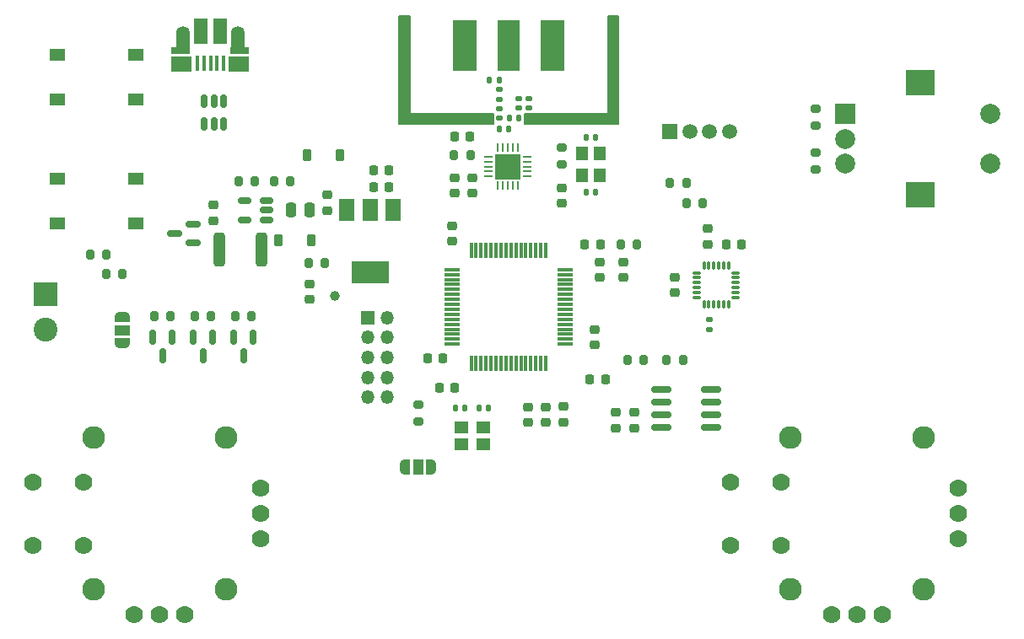
<source format=gbr>
%TF.GenerationSoftware,KiCad,Pcbnew,7.0.1*%
%TF.CreationDate,2023-10-06T11:12:28+02:00*%
%TF.ProjectId,Controller_board,436f6e74-726f-46c6-9c65-725f626f6172,rev?*%
%TF.SameCoordinates,Original*%
%TF.FileFunction,Soldermask,Top*%
%TF.FilePolarity,Negative*%
%FSLAX46Y46*%
G04 Gerber Fmt 4.6, Leading zero omitted, Abs format (unit mm)*
G04 Created by KiCad (PCBNEW 7.0.1) date 2023-10-06 11:12:28*
%MOMM*%
%LPD*%
G01*
G04 APERTURE LIST*
G04 Aperture macros list*
%AMRoundRect*
0 Rectangle with rounded corners*
0 $1 Rounding radius*
0 $2 $3 $4 $5 $6 $7 $8 $9 X,Y pos of 4 corners*
0 Add a 4 corners polygon primitive as box body*
4,1,4,$2,$3,$4,$5,$6,$7,$8,$9,$2,$3,0*
0 Add four circle primitives for the rounded corners*
1,1,$1+$1,$2,$3*
1,1,$1+$1,$4,$5*
1,1,$1+$1,$6,$7*
1,1,$1+$1,$8,$9*
0 Add four rect primitives between the rounded corners*
20,1,$1+$1,$2,$3,$4,$5,0*
20,1,$1+$1,$4,$5,$6,$7,0*
20,1,$1+$1,$6,$7,$8,$9,0*
20,1,$1+$1,$8,$9,$2,$3,0*%
%AMFreePoly0*
4,1,19,0.550000,-0.750000,0.000000,-0.750000,0.000000,-0.744911,-0.071157,-0.744911,-0.207708,-0.704816,-0.327430,-0.627875,-0.420627,-0.520320,-0.479746,-0.390866,-0.500000,-0.250000,-0.500000,0.250000,-0.479746,0.390866,-0.420627,0.520320,-0.327430,0.627875,-0.207708,0.704816,-0.071157,0.744911,0.000000,0.744911,0.000000,0.750000,0.550000,0.750000,0.550000,-0.750000,0.550000,-0.750000,
$1*%
%AMFreePoly1*
4,1,19,0.000000,0.744911,0.071157,0.744911,0.207708,0.704816,0.327430,0.627875,0.420627,0.520320,0.479746,0.390866,0.500000,0.250000,0.500000,-0.250000,0.479746,-0.390866,0.420627,-0.520320,0.327430,-0.627875,0.207708,-0.704816,0.071157,-0.744911,0.000000,-0.744911,0.000000,-0.750000,-0.550000,-0.750000,-0.550000,0.750000,0.000000,0.750000,0.000000,0.744911,0.000000,0.744911,
$1*%
G04 Aperture macros list end*
%ADD10C,0.150000*%
%ADD11R,2.000000X2.000000*%
%ADD12C,2.000000*%
%ADD13R,3.000000X2.500000*%
%ADD14RoundRect,0.225000X-0.250000X0.225000X-0.250000X-0.225000X0.250000X-0.225000X0.250000X0.225000X0*%
%ADD15RoundRect,0.225000X-0.225000X-0.250000X0.225000X-0.250000X0.225000X0.250000X-0.225000X0.250000X0*%
%ADD16FreePoly0,270.000000*%
%ADD17R,1.500000X1.000000*%
%ADD18FreePoly1,270.000000*%
%ADD19RoundRect,0.140000X-0.140000X-0.170000X0.140000X-0.170000X0.140000X0.170000X-0.140000X0.170000X0*%
%ADD20RoundRect,0.150000X0.587500X0.150000X-0.587500X0.150000X-0.587500X-0.150000X0.587500X-0.150000X0*%
%ADD21R,0.400000X1.650000*%
%ADD22R,1.825000X0.700000*%
%ADD23R,2.000000X1.500000*%
%ADD24R,1.350000X2.000000*%
%ADD25O,1.350000X1.700000*%
%ADD26O,1.100000X1.500000*%
%ADD27R,1.430000X2.500000*%
%ADD28RoundRect,0.140000X0.170000X-0.140000X0.170000X0.140000X-0.170000X0.140000X-0.170000X-0.140000X0*%
%ADD29RoundRect,0.225000X0.250000X-0.225000X0.250000X0.225000X-0.250000X0.225000X-0.250000X-0.225000X0*%
%ADD30RoundRect,0.200000X-0.275000X0.200000X-0.275000X-0.200000X0.275000X-0.200000X0.275000X0.200000X0*%
%ADD31R,1.500000X2.200000*%
%ADD32R,3.800000X2.200000*%
%ADD33RoundRect,0.075000X0.350000X0.075000X-0.350000X0.075000X-0.350000X-0.075000X0.350000X-0.075000X0*%
%ADD34RoundRect,0.075000X-0.075000X0.350000X-0.075000X-0.350000X0.075000X-0.350000X0.075000X0.350000X0*%
%ADD35RoundRect,0.150000X-0.150000X0.587500X-0.150000X-0.587500X0.150000X-0.587500X0.150000X0.587500X0*%
%ADD36RoundRect,0.225000X0.225000X0.375000X-0.225000X0.375000X-0.225000X-0.375000X0.225000X-0.375000X0*%
%ADD37RoundRect,0.075000X0.075000X-0.700000X0.075000X0.700000X-0.075000X0.700000X-0.075000X-0.700000X0*%
%ADD38RoundRect,0.075000X0.700000X-0.075000X0.700000X0.075000X-0.700000X0.075000X-0.700000X-0.075000X0*%
%ADD39RoundRect,0.218750X0.256250X-0.218750X0.256250X0.218750X-0.256250X0.218750X-0.256250X-0.218750X0*%
%ADD40RoundRect,0.140000X-0.170000X0.140000X-0.170000X-0.140000X0.170000X-0.140000X0.170000X0.140000X0*%
%ADD41FreePoly0,0.000000*%
%ADD42R,1.000000X1.500000*%
%ADD43FreePoly1,0.000000*%
%ADD44RoundRect,0.250000X0.250000X0.475000X-0.250000X0.475000X-0.250000X-0.475000X0.250000X-0.475000X0*%
%ADD45RoundRect,0.200000X-0.200000X-0.275000X0.200000X-0.275000X0.200000X0.275000X-0.200000X0.275000X0*%
%ADD46RoundRect,0.200000X0.200000X0.275000X-0.200000X0.275000X-0.200000X-0.275000X0.200000X-0.275000X0*%
%ADD47C,1.778000*%
%ADD48C,2.286000*%
%ADD49R,1.500000X1.500000*%
%ADD50C,1.500000*%
%ADD51RoundRect,0.225000X0.225000X0.250000X-0.225000X0.250000X-0.225000X-0.250000X0.225000X-0.250000X0*%
%ADD52RoundRect,0.250000X-0.312500X-1.450000X0.312500X-1.450000X0.312500X1.450000X-0.312500X1.450000X0*%
%ADD53R,1.350000X1.350000*%
%ADD54O,1.350000X1.350000*%
%ADD55C,1.000000*%
%ADD56R,2.400000X2.400000*%
%ADD57C,2.400000*%
%ADD58R,1.550000X1.300000*%
%ADD59RoundRect,0.150000X0.825000X0.150000X-0.825000X0.150000X-0.825000X-0.150000X0.825000X-0.150000X0*%
%ADD60RoundRect,0.140000X0.140000X0.170000X-0.140000X0.170000X-0.140000X-0.170000X0.140000X-0.170000X0*%
%ADD61R,1.400000X1.200000*%
%ADD62R,2.286000X5.080000*%
%ADD63R,2.413000X5.080000*%
%ADD64RoundRect,0.200000X0.275000X-0.200000X0.275000X0.200000X-0.275000X0.200000X-0.275000X-0.200000X0*%
%ADD65RoundRect,0.147500X-0.147500X-0.172500X0.147500X-0.172500X0.147500X0.172500X-0.147500X0.172500X0*%
%ADD66RoundRect,0.150000X0.512500X0.150000X-0.512500X0.150000X-0.512500X-0.150000X0.512500X-0.150000X0*%
%ADD67RoundRect,0.062500X0.062500X-0.350000X0.062500X0.350000X-0.062500X0.350000X-0.062500X-0.350000X0*%
%ADD68RoundRect,0.062500X0.350000X-0.062500X0.350000X0.062500X-0.350000X0.062500X-0.350000X-0.062500X0*%
%ADD69R,2.500000X2.500000*%
%ADD70R,1.200000X1.400000*%
%ADD71RoundRect,0.147500X0.172500X-0.147500X0.172500X0.147500X-0.172500X0.147500X-0.172500X-0.147500X0*%
%ADD72RoundRect,0.150000X-0.150000X0.512500X-0.150000X-0.512500X0.150000X-0.512500X0.150000X0.512500X0*%
G04 APERTURE END LIST*
D10*
X126034800Y-90830400D02*
X116586000Y-90830400D01*
X116586000Y-89814400D01*
X125018800Y-89814400D01*
X125018800Y-80010000D01*
X126034800Y-80010000D01*
X126034800Y-90830400D01*
G36*
X126034800Y-90830400D02*
G01*
X116586000Y-90830400D01*
X116586000Y-89814400D01*
X125018800Y-89814400D01*
X125018800Y-80010000D01*
X126034800Y-80010000D01*
X126034800Y-90830400D01*
G37*
X105105200Y-89814400D02*
X113487200Y-89814400D01*
X113487200Y-90830400D01*
X104038400Y-90830400D01*
X104038400Y-80010000D01*
X105105200Y-80010000D01*
X105105200Y-89814400D01*
G36*
X105105200Y-89814400D02*
G01*
X113487200Y-89814400D01*
X113487200Y-90830400D01*
X104038400Y-90830400D01*
X104038400Y-80010000D01*
X105105200Y-80010000D01*
X105105200Y-89814400D01*
G37*
D11*
%TO.C,SW2*%
X148833000Y-89829000D03*
D12*
X148833000Y-94829000D03*
X148833000Y-92329000D03*
D13*
X156333000Y-86729000D03*
X156333000Y-97929000D03*
D12*
X163333000Y-89829000D03*
X163333000Y-94829000D03*
%TD*%
D14*
%TO.C,C12*%
X118770400Y-119253000D03*
X118770400Y-120803000D03*
%TD*%
D15*
%TO.C,C20*%
X136842200Y-102920800D03*
X138392200Y-102920800D03*
%TD*%
D16*
%TO.C,JP1*%
X76200000Y-110254500D03*
D17*
X76200000Y-111554500D03*
D18*
X76200000Y-112854500D03*
%TD*%
D19*
%TO.C,C15*%
X112032200Y-119418800D03*
X112992200Y-119418800D03*
%TD*%
D20*
%TO.C,Q1*%
X83335100Y-102810600D03*
X83335100Y-100910600D03*
X81460100Y-101860600D03*
%TD*%
D21*
%TO.C,J1*%
X86397000Y-84709400D03*
X85747000Y-84709400D03*
X85097000Y-84709400D03*
X84447000Y-84709400D03*
X83797000Y-84709400D03*
D22*
X88047000Y-83509400D03*
D23*
X87947000Y-84809400D03*
D24*
X87827000Y-82759400D03*
D25*
X87827000Y-81829400D03*
D26*
X87517000Y-84829400D03*
D27*
X86057000Y-81559400D03*
X84137000Y-81559400D03*
D26*
X82677000Y-84829400D03*
D25*
X82367000Y-81829400D03*
D24*
X82347000Y-82759400D03*
D23*
X82197000Y-84829400D03*
D22*
X82097000Y-83509400D03*
%TD*%
D28*
%TO.C,C22*%
X114096800Y-88364000D03*
X114096800Y-87404000D03*
%TD*%
D14*
%TO.C,C3*%
X123647200Y-111493000D03*
X123647200Y-113043000D03*
%TD*%
D29*
%TO.C,C21*%
X131673600Y-107810600D03*
X131673600Y-106260600D03*
%TD*%
%TO.C,C32*%
X127635000Y-121374200D03*
X127635000Y-119824200D03*
%TD*%
D30*
%TO.C,R11*%
X105918000Y-119063000D03*
X105918000Y-120713000D03*
%TD*%
D31*
%TO.C,U1*%
X103392000Y-99466000D03*
X101092000Y-99466000D03*
X98792000Y-99466000D03*
D32*
X101092000Y-105766000D03*
%TD*%
D33*
%TO.C,U5*%
X137820400Y-108297600D03*
X137820400Y-107797600D03*
X137820400Y-107297600D03*
X137820400Y-106797600D03*
X137820400Y-106297600D03*
X137820400Y-105797600D03*
D34*
X137120400Y-105097600D03*
X136620400Y-105097600D03*
X136120400Y-105097600D03*
X135620400Y-105097600D03*
X135120400Y-105097600D03*
X134620400Y-105097600D03*
D33*
X133920400Y-105797600D03*
X133920400Y-106297600D03*
X133920400Y-106797600D03*
X133920400Y-107297600D03*
X133920400Y-107797600D03*
X133920400Y-108297600D03*
D34*
X134620400Y-108997600D03*
X135120400Y-108997600D03*
X135620400Y-108997600D03*
X136120400Y-108997600D03*
X136620400Y-108997600D03*
X137120400Y-108997600D03*
%TD*%
D35*
%TO.C,Q3*%
X85278000Y-112268000D03*
X83378000Y-112268000D03*
X84328000Y-114143000D03*
%TD*%
D36*
%TO.C,D5*%
X98043000Y-93980000D03*
X94743000Y-93980000D03*
%TD*%
D35*
%TO.C,Q2*%
X81214000Y-112268000D03*
X79314000Y-112268000D03*
X80264000Y-114143000D03*
%TD*%
D29*
%TO.C,C31*%
X125730000Y-121374200D03*
X125730000Y-119824200D03*
%TD*%
D37*
%TO.C,U4*%
X111250000Y-114895000D03*
X111750000Y-114895000D03*
X112250000Y-114895000D03*
X112750000Y-114895000D03*
X113250000Y-114895000D03*
X113750000Y-114895000D03*
X114250000Y-114895000D03*
X114750000Y-114895000D03*
X115250000Y-114895000D03*
X115750000Y-114895000D03*
X116250000Y-114895000D03*
X116750000Y-114895000D03*
X117250000Y-114895000D03*
X117750000Y-114895000D03*
X118250000Y-114895000D03*
X118750000Y-114895000D03*
D38*
X120675000Y-112970000D03*
X120675000Y-112470000D03*
X120675000Y-111970000D03*
X120675000Y-111470000D03*
X120675000Y-110970000D03*
X120675000Y-110470000D03*
X120675000Y-109970000D03*
X120675000Y-109470000D03*
X120675000Y-108970000D03*
X120675000Y-108470000D03*
X120675000Y-107970000D03*
X120675000Y-107470000D03*
X120675000Y-106970000D03*
X120675000Y-106470000D03*
X120675000Y-105970000D03*
X120675000Y-105470000D03*
D37*
X118750000Y-103545000D03*
X118250000Y-103545000D03*
X117750000Y-103545000D03*
X117250000Y-103545000D03*
X116750000Y-103545000D03*
X116250000Y-103545000D03*
X115750000Y-103545000D03*
X115250000Y-103545000D03*
X114750000Y-103545000D03*
X114250000Y-103545000D03*
X113750000Y-103545000D03*
X113250000Y-103545000D03*
X112750000Y-103545000D03*
X112250000Y-103545000D03*
X111750000Y-103545000D03*
X111250000Y-103545000D03*
D38*
X109325000Y-105470000D03*
X109325000Y-105970000D03*
X109325000Y-106470000D03*
X109325000Y-106970000D03*
X109325000Y-107470000D03*
X109325000Y-107970000D03*
X109325000Y-108470000D03*
X109325000Y-108970000D03*
X109325000Y-109470000D03*
X109325000Y-109970000D03*
X109325000Y-110470000D03*
X109325000Y-110970000D03*
X109325000Y-111470000D03*
X109325000Y-111970000D03*
X109325000Y-112470000D03*
X109325000Y-112970000D03*
%TD*%
D39*
%TO.C,D3*%
X94996000Y-108483500D03*
X94996000Y-106908500D03*
%TD*%
D40*
%TO.C,C27*%
X116052600Y-88318400D03*
X116052600Y-89278400D03*
%TD*%
D41*
%TO.C,SW1*%
X104618000Y-125292100D03*
D42*
X105918000Y-125292100D03*
D43*
X107218000Y-125292100D03*
%TD*%
D44*
%TO.C,C8*%
X95057000Y-99517200D03*
X93157000Y-99517200D03*
%TD*%
D29*
%TO.C,C9*%
X96774000Y-99530200D03*
X96774000Y-97980200D03*
%TD*%
D45*
%TO.C,R7*%
X132842000Y-98806000D03*
X134492000Y-98806000D03*
%TD*%
D14*
%TO.C,C13*%
X116941600Y-119253000D03*
X116941600Y-120803000D03*
%TD*%
D46*
%TO.C,R3*%
X96583000Y-104775000D03*
X94933000Y-104775000D03*
%TD*%
D47*
%TO.C,U9*%
X137300000Y-133175000D03*
X137300000Y-126825000D03*
X142380000Y-133175000D03*
X142380000Y-126825000D03*
X160160000Y-132540000D03*
X160160000Y-130000000D03*
X160160000Y-127460000D03*
D48*
X143332500Y-137620000D03*
X156667500Y-137620000D03*
X156667500Y-122380000D03*
X143332500Y-122380000D03*
D47*
X147460000Y-140160000D03*
X150000000Y-140160000D03*
X152540000Y-140160000D03*
%TD*%
D49*
%TO.C,J2*%
X131191000Y-91610000D03*
D50*
X133191000Y-91610000D03*
X135191000Y-91610000D03*
X137191000Y-91610000D03*
%TD*%
D51*
%TO.C,C6*%
X108420200Y-114401600D03*
X106870200Y-114401600D03*
%TD*%
D52*
%TO.C,L1*%
X85949700Y-103454200D03*
X90224700Y-103454200D03*
%TD*%
D53*
%TO.C,J3*%
X100854000Y-110300000D03*
D54*
X102854000Y-110300000D03*
X100854000Y-112300000D03*
X102854000Y-112300000D03*
X100854000Y-114300000D03*
X102854000Y-114300000D03*
X100854000Y-116300000D03*
X102854000Y-116300000D03*
X100854000Y-118300000D03*
X102854000Y-118300000D03*
%TD*%
D14*
%TO.C,C28*%
X134975600Y-101383800D03*
X134975600Y-102933800D03*
%TD*%
D47*
%TO.C,U8*%
X67300000Y-133175000D03*
X67300000Y-126825000D03*
X72380000Y-133175000D03*
X72380000Y-126825000D03*
X90160000Y-132540000D03*
X90160000Y-130000000D03*
X90160000Y-127460000D03*
D48*
X73332500Y-137620000D03*
X86667500Y-137620000D03*
X86667500Y-122380000D03*
X73332500Y-122380000D03*
D47*
X77460000Y-140160000D03*
X80000000Y-140160000D03*
X82540000Y-140160000D03*
%TD*%
D46*
%TO.C,R8*%
X132841000Y-96774000D03*
X131191000Y-96774000D03*
%TD*%
D29*
%TO.C,C19*%
X120370600Y-98844400D03*
X120370600Y-97294400D03*
%TD*%
D55*
%TO.C,TP1*%
X97536000Y-108077000D03*
%TD*%
D56*
%TO.C,BT1*%
X68518000Y-107978000D03*
D57*
X68518000Y-111478000D03*
%TD*%
D58*
%TO.C,SW4*%
X69685000Y-96338000D03*
X77635000Y-96338000D03*
X69685000Y-100838000D03*
X77635000Y-100838000D03*
%TD*%
D45*
%TO.C,R18*%
X83503000Y-110157500D03*
X85153000Y-110157500D03*
%TD*%
%TO.C,R13*%
X109541800Y-93938600D03*
X111191800Y-93938600D03*
%TD*%
D29*
%TO.C,C5*%
X109321600Y-102629000D03*
X109321600Y-101079000D03*
%TD*%
D39*
%TO.C,FB1*%
X120523000Y-120802500D03*
X120523000Y-119227500D03*
%TD*%
D29*
%TO.C,C16*%
X124180600Y-106261200D03*
X124180600Y-104711200D03*
%TD*%
D46*
%TO.C,R1*%
X93103200Y-96596200D03*
X91453200Y-96596200D03*
%TD*%
D59*
%TO.C,U7*%
X135317000Y-121285000D03*
X135317000Y-120015000D03*
X135317000Y-118745000D03*
X135317000Y-117475000D03*
X130367000Y-117475000D03*
X130367000Y-118745000D03*
X130367000Y-120015000D03*
X130367000Y-121285000D03*
%TD*%
D60*
%TO.C,C24*%
X123749900Y-97701600D03*
X122789900Y-97701600D03*
%TD*%
D15*
%TO.C,C11*%
X101485400Y-95504000D03*
X103035400Y-95504000D03*
%TD*%
D46*
%TO.C,R10*%
X128587000Y-114554000D03*
X126937000Y-114554000D03*
%TD*%
D61*
%TO.C,Y1*%
X110243000Y-123035800D03*
X112443000Y-123035800D03*
X112443000Y-121335800D03*
X110243000Y-121335800D03*
%TD*%
D51*
%TO.C,C18*%
X111141800Y-92109800D03*
X109591800Y-92109800D03*
%TD*%
D62*
%TO.C,J4*%
X114998500Y-82931000D03*
D63*
X110617000Y-82931000D03*
X119380000Y-82931000D03*
%TD*%
D15*
%TO.C,C4*%
X122669000Y-102920800D03*
X124219000Y-102920800D03*
%TD*%
D39*
%TO.C,D4*%
X126542800Y-106273700D03*
X126542800Y-104698700D03*
%TD*%
D64*
%TO.C,R12*%
X120370600Y-94869000D03*
X120370600Y-93219000D03*
%TD*%
D40*
%TO.C,C26*%
X117043200Y-88318400D03*
X117043200Y-89278400D03*
%TD*%
D46*
%TO.C,R2*%
X74637400Y-103987600D03*
X72987400Y-103987600D03*
%TD*%
D45*
%TO.C,R9*%
X130874000Y-114554000D03*
X132524000Y-114554000D03*
%TD*%
D14*
%TO.C,C17*%
X109601000Y-96253000D03*
X109601000Y-97803000D03*
%TD*%
D60*
%TO.C,C14*%
X110655400Y-119418800D03*
X109695400Y-119418800D03*
%TD*%
%TO.C,C23*%
X114068800Y-86461600D03*
X113108800Y-86461600D03*
%TD*%
D65*
%TO.C,L5*%
X115085000Y-90246200D03*
X116055000Y-90246200D03*
%TD*%
D28*
%TO.C,C29*%
X135128000Y-111478000D03*
X135128000Y-110518000D03*
%TD*%
D58*
%TO.C,SW3*%
X69685000Y-83892000D03*
X77635000Y-83892000D03*
X69685000Y-88392000D03*
X77635000Y-88392000D03*
%TD*%
D15*
%TO.C,C10*%
X101485400Y-97180400D03*
X103035400Y-97180400D03*
%TD*%
D66*
%TO.C,U2*%
X90748700Y-100467200D03*
X90748700Y-99517200D03*
X90748700Y-98567200D03*
X88473700Y-98567200D03*
X88473700Y-100467200D03*
%TD*%
D46*
%TO.C,R4*%
X89547200Y-96596200D03*
X87897200Y-96596200D03*
%TD*%
D67*
%TO.C,U6*%
X113935000Y-97060500D03*
X114435000Y-97060500D03*
X114935000Y-97060500D03*
X115435000Y-97060500D03*
X115935000Y-97060500D03*
D68*
X116872500Y-96123000D03*
X116872500Y-95623000D03*
X116872500Y-95123000D03*
X116872500Y-94623000D03*
X116872500Y-94123000D03*
D67*
X115935000Y-93185500D03*
X115435000Y-93185500D03*
X114935000Y-93185500D03*
X114435000Y-93185500D03*
X113935000Y-93185500D03*
D68*
X112997500Y-94123000D03*
X112997500Y-94623000D03*
X112997500Y-95123000D03*
X112997500Y-95623000D03*
X112997500Y-96123000D03*
D69*
X114935000Y-95123000D03*
%TD*%
D70*
%TO.C,Y2*%
X124119900Y-96040800D03*
X124119900Y-93840800D03*
X122419900Y-93840800D03*
X122419900Y-96040800D03*
%TD*%
D71*
%TO.C,L3*%
X114096800Y-90274000D03*
X114096800Y-89304000D03*
%TD*%
D45*
%TO.C,R16*%
X87567000Y-110157500D03*
X89217000Y-110157500D03*
%TD*%
D36*
%TO.C,D2*%
X95198200Y-102565200D03*
X91898200Y-102565200D03*
%TD*%
D65*
%TO.C,L4*%
X114069000Y-91313000D03*
X115039000Y-91313000D03*
%TD*%
D29*
%TO.C,C7*%
X85420200Y-100546200D03*
X85420200Y-98996200D03*
%TD*%
D14*
%TO.C,C30*%
X111379000Y-96253000D03*
X111379000Y-97803000D03*
%TD*%
D35*
%TO.C,D1*%
X89342000Y-112268000D03*
X87442000Y-112268000D03*
X88392000Y-114143000D03*
%TD*%
D64*
%TO.C,R15*%
X145796000Y-95414600D03*
X145796000Y-93764600D03*
%TD*%
D45*
%TO.C,R17*%
X79439000Y-110157500D03*
X81089000Y-110157500D03*
%TD*%
D19*
%TO.C,C25*%
X122789900Y-92215200D03*
X123749900Y-92215200D03*
%TD*%
D72*
%TO.C,U3*%
X86382400Y-88575300D03*
X85432400Y-88575300D03*
X84482400Y-88575300D03*
X84482400Y-90850300D03*
X85432400Y-90850300D03*
X86382400Y-90850300D03*
%TD*%
D64*
%TO.C,R14*%
X145796000Y-90995000D03*
X145796000Y-89345000D03*
%TD*%
D45*
%TO.C,R5*%
X74613000Y-105918000D03*
X76263000Y-105918000D03*
%TD*%
%TO.C,R6*%
X126251200Y-102920800D03*
X127901200Y-102920800D03*
%TD*%
D51*
%TO.C,C2*%
X109601000Y-117336209D03*
X108051000Y-117336209D03*
%TD*%
D15*
%TO.C,C1*%
X123177000Y-116459000D03*
X124727000Y-116459000D03*
%TD*%
M02*

</source>
